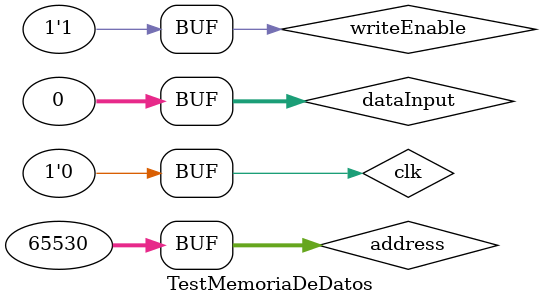
<source format=v>
`timescale 1ns / 1ps


module TestMemoriaDeDatos;

	// Inputs
	reg clk;
	reg writeEnable;
	reg [31:0] dataInput;
	reg [31:0] address;

	// Outputs
	wire [31:0] dataOutput;

	// Instantiate the Unit Under Test (UUT)
	MemoriadeDatos uut (
		.clk(clk), 
		.writeEnable(writeEnable), 
		.dataInput(dataInput), 
		.address(address), 
		.dataOutput(dataOutput)
	);
	
	localparam DIR = 32'd65530;

	initial begin
		// Initialize Inputs
		clk = 0;
		writeEnable = 1;
		dataInput = 0;
		address = 0;

		// Wait 100 ns for global reset to finish
		#100;
		
		clk = 0; 
		writeEnable = 1;
		dataInput = 32'd3252;
		address = DIR;
		
		// Wait 100 ns for global reset to finish
		
		#100;
		clk = 0;		
		writeEnable = 1;
		dataInput = 32'd0;
		address = 32'd0;				
		
		#100;
		clk = 1; 
		writeEnable = 1;
		dataInput = 32'd0;
		address = 32'd0;	

		#100;
		clk = 0;		
		writeEnable = 0;
		dataInput = 32'd3252;
		address = DIR;			

		#100;
		clk = 1;		
		writeEnable = 0;
		dataInput = 32'd0;
		address = 32'd0;			
		
		#100;
		clk = 0;		
		writeEnable = 1;
		dataInput = 32'd0;
		address = DIR;					
		
       

	end
      
endmodule


</source>
